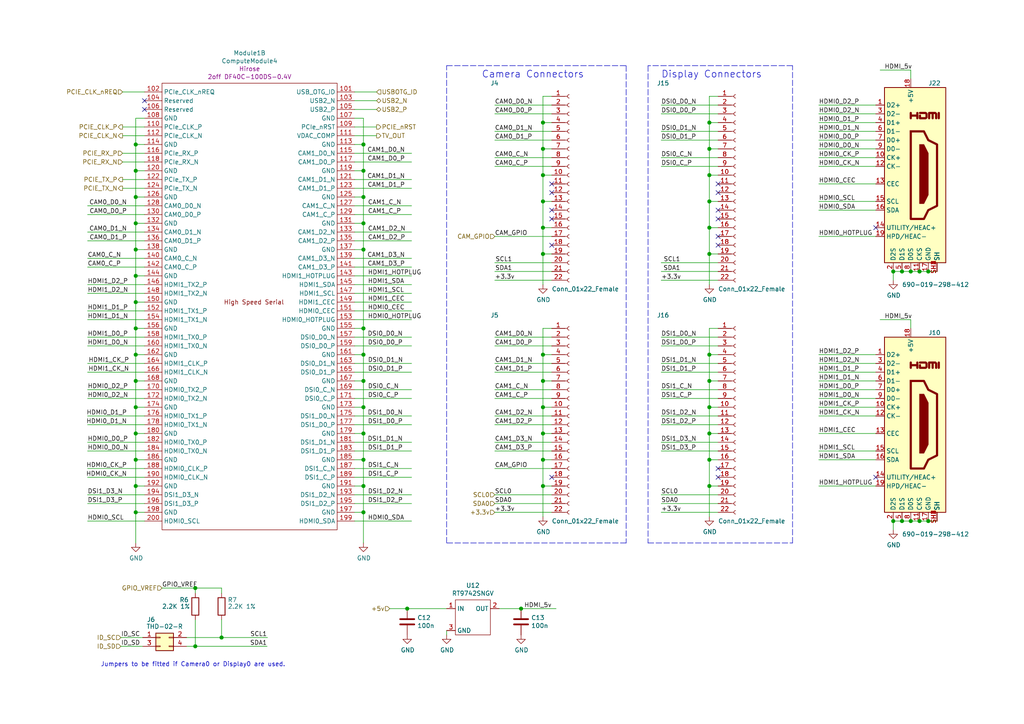
<source format=kicad_sch>
(kicad_sch (version 20211123) (generator eeschema)
  (paper "A4")
  (title_block (title "Compute Module 4 IO USB3 Board - CM4 - Highspeed") (rev "1") (company "Copyright © 2020-2022 Raspberry Pi Ltd (formerly Raspberry Pi (Trading) Ltd.)") (comment 1 "www.raspberrypi.com"))
  (junction (at 205.74 58.42) (diameter 1.016))
  (junction (at 157.48 102.87) (diameter 1.016))
  (junction (at 157.48 50.8) (diameter 1.016))
  (junction (at 205.74 66.04) (diameter 1.016))
  (junction (at 39.37 148.59) (diameter 1.016))
  (junction (at 39.37 133.35) (diameter 1.016))
  (junction (at 205.74 43.18) (diameter 1.016))
  (junction (at 205.74 118.11) (diameter 1.016))
  (junction (at 105.41 133.35) (diameter 1.016))
  (junction (at 39.37 72.39) (diameter 1.016))
  (junction (at 64.262 184.912) (diameter 1.016))
  (junction (at 105.41 57.15) (diameter 1.016))
  (junction (at 157.48 43.18) (diameter 1.016))
  (junction (at 266.7 78.74) (diameter 1.016))
  (junction (at 157.48 58.42) (diameter 1.016))
  (junction (at 205.74 140.97) (diameter 1.016))
  (junction (at 205.74 133.35) (diameter 1.016))
  (junction (at 105.41 148.59) (diameter 1.016))
  (junction (at 39.37 41.91) (diameter 1.016))
  (junction (at 205.74 102.87) (diameter 1.016))
  (junction (at 105.41 41.91) (diameter 1.016))
  (junction (at 157.48 125.73) (diameter 1.016))
  (junction (at 39.37 57.15) (diameter 1.016))
  (junction (at 105.41 102.87) (diameter 1.016))
  (junction (at 118.11 176.53) (diameter 1.016))
  (junction (at 105.41 125.73) (diameter 1.016))
  (junction (at 269.24 78.74) (diameter 1.016))
  (junction (at 157.48 73.66) (diameter 1.016))
  (junction (at 157.48 118.11) (diameter 1.016))
  (junction (at 56.642 187.452) (diameter 1.016))
  (junction (at 39.37 80.01) (diameter 1.016))
  (junction (at 105.41 118.11) (diameter 1.016))
  (junction (at 157.48 35.56) (diameter 1.016))
  (junction (at 205.74 125.73) (diameter 1.016))
  (junction (at 56.642 170.561) (diameter 1.016))
  (junction (at 39.37 49.53) (diameter 1.016))
  (junction (at 266.7 151.13) (diameter 1.016))
  (junction (at 105.41 64.77) (diameter 1.016))
  (junction (at 259.08 78.74) (diameter 1.016))
  (junction (at 261.62 151.13) (diameter 1.016))
  (junction (at 105.41 49.53) (diameter 1.016))
  (junction (at 39.37 140.97) (diameter 1.016))
  (junction (at 105.41 140.97) (diameter 1.016))
  (junction (at 157.48 133.35) (diameter 1.016))
  (junction (at 105.41 95.25) (diameter 1.016))
  (junction (at 157.48 66.04) (diameter 1.016))
  (junction (at 39.37 102.87) (diameter 1.016))
  (junction (at 205.74 50.8) (diameter 1.016))
  (junction (at 261.62 78.74) (diameter 1.016))
  (junction (at 259.08 151.13) (diameter 1.016))
  (junction (at 39.37 118.11) (diameter 1.016))
  (junction (at 39.37 87.63) (diameter 1.016))
  (junction (at 264.16 151.13) (diameter 1.016))
  (junction (at 105.41 72.39) (diameter 1.016))
  (junction (at 205.74 73.66) (diameter 1.016))
  (junction (at 105.41 110.49) (diameter 1.016))
  (junction (at 39.37 64.77) (diameter 1.016))
  (junction (at 151.13 176.53) (diameter 1.016))
  (junction (at 264.16 78.74) (diameter 1.016))
  (junction (at 205.74 110.49) (diameter 1.016))
  (junction (at 39.37 95.25) (diameter 1.016))
  (junction (at 269.24 151.13) (diameter 1.016))
  (junction (at 157.48 110.49) (diameter 1.016))
  (junction (at 205.74 35.56) (diameter 1.016))
  (junction (at 157.48 140.97) (diameter 1.016))
  (junction (at 39.37 125.73) (diameter 1.016))
  (junction (at 39.37 110.49) (diameter 1.016))
  (no_connect (at 41.91 29.21))
  (no_connect (at 160.02 138.43))
  (no_connect (at 208.28 68.58))
  (no_connect (at 208.28 53.34))
  (no_connect (at 254 66.04))
  (no_connect (at 160.02 63.5))
  (no_connect (at 208.28 138.43))
  (no_connect (at 208.28 60.96))
  (no_connect (at 254 138.43))
  (no_connect (at 160.02 71.12))
  (no_connect (at 160.02 55.88))
  (no_connect (at 41.91 31.75))
  (no_connect (at 208.28 71.12))
  (no_connect (at 208.28 63.5))
  (no_connect (at 160.02 53.34))
  (no_connect (at 208.28 55.88))
  (no_connect (at 208.28 135.89))
  (no_connect (at 160.02 60.96))
  (wire (pts (xy 191.77 107.95) (xy 208.28 107.95)))
  (wire (pts (xy 160.02 81.28) (xy 143.51 81.28)))
  (wire (pts (xy 102.87 146.05) (xy 119.38 146.05)))
  (wire (pts (xy 237.49 107.95) (xy 254 107.95)))
  (wire (pts (xy 25.4 113.03) (xy 41.91 113.03)))
  (wire (pts (xy 25.4 143.51) (xy 41.91 143.51)))
  (wire (pts (xy 261.62 78.74) (xy 264.16 78.74)))
  (wire (pts (xy 157.48 110.49) (xy 157.48 118.11)))
  (wire (pts (xy 205.74 27.94) (xy 205.74 35.56)))
  (wire (pts (xy 102.87 39.37) (xy 109.22 39.37)))
  (wire (pts (xy 39.37 64.77) (xy 39.37 72.39)))
  (wire (pts (xy 39.37 140.97) (xy 39.37 148.59)))
  (wire (pts (xy 39.37 34.29) (xy 39.37 41.91)))
  (wire (pts (xy 119.38 54.61) (xy 102.87 54.61)))
  (wire (pts (xy 39.37 87.63) (xy 39.37 95.25)))
  (wire (pts (xy 237.49 68.58) (xy 254 68.58)))
  (wire (pts (xy 157.48 66.04) (xy 157.48 73.66)))
  (wire (pts (xy 157.48 50.8) (xy 157.48 58.42)))
  (wire (pts (xy 41.91 120.65) (xy 25.4 120.65)))
  (wire (pts (xy 39.37 72.39) (xy 39.37 80.01)))
  (wire (pts (xy 39.37 102.87) (xy 39.37 110.49)))
  (wire (pts (xy 105.41 49.53) (xy 105.41 41.91)))
  (wire (pts (xy 143.51 48.26) (xy 160.02 48.26)))
  (wire (pts (xy 191.77 130.81) (xy 208.28 130.81)))
  (wire (pts (xy 102.87 31.75) (xy 109.22 31.75)))
  (wire (pts (xy 39.37 87.63) (xy 41.91 87.63)))
  (wire (pts (xy 41.91 62.23) (xy 25.4 62.23)))
  (wire (pts (xy 143.51 45.72) (xy 160.02 45.72)))
  (wire (pts (xy 160.02 68.58) (xy 143.51 68.58)))
  (wire (pts (xy 205.74 102.87) (xy 205.74 110.49)))
  (wire (pts (xy 157.48 133.35) (xy 160.02 133.35)))
  (wire (pts (xy 157.48 102.87) (xy 157.48 110.49)))
  (wire (pts (xy 39.37 110.49) (xy 39.37 118.11)))
  (wire (pts (xy 39.37 49.53) (xy 39.37 57.15)))
  (wire (pts (xy 39.37 133.35) (xy 41.91 133.35)))
  (wire (pts (xy 105.41 72.39) (xy 105.41 64.77)))
  (wire (pts (xy 118.11 176.53) (xy 129.54 176.53)))
  (wire (pts (xy 237.49 53.34) (xy 254 53.34)))
  (wire (pts (xy 143.51 40.64) (xy 160.02 40.64)))
  (wire (pts (xy 119.38 120.65) (xy 102.87 120.65)))
  (wire (pts (xy 266.7 78.74) (xy 269.24 78.74)))
  (polyline (pts (xy 181.61 19.05) (xy 181.61 157.48)) (stroke (width 0) (type dash)))
  (wire (pts (xy 205.74 35.56) (xy 208.28 35.56)))
  (wire (pts (xy 35.56 39.37) (xy 41.91 39.37)))
  (wire (pts (xy 39.37 110.49) (xy 41.91 110.49)))
  (wire (pts (xy 41.91 148.59) (xy 39.37 148.59)))
  (wire (pts (xy 157.48 125.73) (xy 157.48 133.35)))
  (wire (pts (xy 102.87 102.87) (xy 105.41 102.87)))
  (wire (pts (xy 144.78 176.53) (xy 151.13 176.53)))
  (wire (pts (xy 157.48 118.11) (xy 160.02 118.11)))
  (wire (pts (xy 39.37 57.15) (xy 39.37 64.77)))
  (wire (pts (xy 46.99 170.561) (xy 56.642 170.561)))
  (wire (pts (xy 25.4 115.57) (xy 41.91 115.57)))
  (wire (pts (xy 237.49 60.96) (xy 254 60.96)))
  (wire (pts (xy 56.642 170.561) (xy 64.262 170.561)))
  (wire (pts (xy 56.642 179.705) (xy 56.642 187.452)))
  (wire (pts (xy 269.24 151.13) (xy 271.78 151.13)))
  (wire (pts (xy 208.28 81.28) (xy 191.77 81.28)))
  (wire (pts (xy 102.87 41.91) (xy 105.41 41.91)))
  (wire (pts (xy 191.77 97.79) (xy 208.28 97.79)))
  (wire (pts (xy 160.02 143.51) (xy 143.51 143.51)))
  (wire (pts (xy 157.48 50.8) (xy 160.02 50.8)))
  (wire (pts (xy 25.4 74.93) (xy 41.91 74.93)))
  (wire (pts (xy 25.4 128.27) (xy 41.91 128.27)))
  (wire (pts (xy 105.41 125.73) (xy 105.41 133.35)))
  (wire (pts (xy 205.74 58.42) (xy 208.28 58.42)))
  (wire (pts (xy 205.74 95.25) (xy 205.74 102.87)))
  (wire (pts (xy 237.49 130.81) (xy 254 130.81)))
  (wire (pts (xy 102.87 151.13) (xy 119.38 151.13)))
  (wire (pts (xy 64.262 170.561) (xy 64.262 172.085)))
  (wire (pts (xy 237.49 133.35) (xy 254 133.35)))
  (wire (pts (xy 157.48 43.18) (xy 157.48 50.8)))
  (wire (pts (xy 41.91 67.31) (xy 25.4 67.31)))
  (wire (pts (xy 237.49 43.18) (xy 254 43.18)))
  (wire (pts (xy 105.41 118.11) (xy 105.41 125.73)))
  (wire (pts (xy 191.77 113.03) (xy 208.28 113.03)))
  (wire (pts (xy 102.87 87.63) (xy 119.38 87.63)))
  (wire (pts (xy 25.4 130.81) (xy 41.91 130.81)))
  (wire (pts (xy 54.102 187.452) (xy 56.642 187.452)))
  (wire (pts (xy 102.87 80.01) (xy 119.38 80.01)))
  (wire (pts (xy 259.08 151.13) (xy 259.08 153.67)))
  (wire (pts (xy 25.4 77.47) (xy 41.91 77.47)))
  (polyline (pts (xy 187.96 19.05) (xy 187.96 157.48)) (stroke (width 0) (type dash)))
  (wire (pts (xy 160.02 78.74) (xy 143.51 78.74)))
  (wire (pts (xy 237.49 110.49) (xy 254 110.49)))
  (wire (pts (xy 41.91 69.85) (xy 25.4 69.85)))
  (wire (pts (xy 143.51 135.89) (xy 160.02 135.89)))
  (wire (pts (xy 105.41 148.59) (xy 105.41 157.48)))
  (wire (pts (xy 191.77 48.26) (xy 208.28 48.26)))
  (wire (pts (xy 41.91 44.45) (xy 35.56 44.45)))
  (wire (pts (xy 119.38 77.47) (xy 102.87 77.47)))
  (wire (pts (xy 151.13 176.53) (xy 161.29 176.53)))
  (wire (pts (xy 56.642 170.561) (xy 56.642 172.085)))
  (wire (pts (xy 102.87 133.35) (xy 105.41 133.35)))
  (wire (pts (xy 259.08 78.74) (xy 259.08 81.28)))
  (wire (pts (xy 35.56 54.61) (xy 41.91 54.61)))
  (wire (pts (xy 205.74 118.11) (xy 205.74 125.73)))
  (wire (pts (xy 237.49 40.64) (xy 254 40.64)))
  (wire (pts (xy 102.87 90.17) (xy 119.38 90.17)))
  (wire (pts (xy 129.54 182.88) (xy 129.54 184.15)))
  (wire (pts (xy 205.74 35.56) (xy 205.74 43.18)))
  (wire (pts (xy 237.49 140.97) (xy 254 140.97)))
  (wire (pts (xy 39.37 64.77) (xy 41.91 64.77)))
  (wire (pts (xy 119.38 44.45) (xy 102.87 44.45)))
  (wire (pts (xy 205.74 133.35) (xy 208.28 133.35)))
  (wire (pts (xy 102.87 49.53) (xy 105.41 49.53)))
  (wire (pts (xy 119.38 128.27) (xy 102.87 128.27)))
  (wire (pts (xy 143.51 128.27) (xy 160.02 128.27)))
  (wire (pts (xy 25.4 100.33) (xy 41.91 100.33)))
  (wire (pts (xy 143.51 105.41) (xy 160.02 105.41)))
  (wire (pts (xy 208.28 146.05) (xy 191.77 146.05)))
  (wire (pts (xy 191.77 105.41) (xy 208.28 105.41)))
  (wire (pts (xy 237.49 105.41) (xy 254 105.41)))
  (wire (pts (xy 41.91 46.99) (xy 35.56 46.99)))
  (wire (pts (xy 105.41 95.25) (xy 105.41 102.87)))
  (wire (pts (xy 143.51 123.19) (xy 160.02 123.19)))
  (wire (pts (xy 143.51 107.95) (xy 160.02 107.95)))
  (wire (pts (xy 39.37 118.11) (xy 39.37 125.73)))
  (wire (pts (xy 205.74 43.18) (xy 208.28 43.18)))
  (wire (pts (xy 25.4 85.09) (xy 41.91 85.09)))
  (wire (pts (xy 39.37 41.91) (xy 41.91 41.91)))
  (polyline (pts (xy 129.54 19.05) (xy 181.61 19.05)) (stroke (width 0) (type dash)))
  (wire (pts (xy 157.48 58.42) (xy 157.48 66.04)))
  (wire (pts (xy 41.91 140.97) (xy 39.37 140.97)))
  (wire (pts (xy 208.28 148.59) (xy 191.77 148.59)))
  (wire (pts (xy 119.38 74.93) (xy 102.87 74.93)))
  (wire (pts (xy 56.642 187.452) (xy 77.47 187.452)))
  (wire (pts (xy 205.74 110.49) (xy 205.74 118.11)))
  (wire (pts (xy 208.28 76.2) (xy 191.77 76.2)))
  (wire (pts (xy 41.91 135.89) (xy 25.4 135.89)))
  (wire (pts (xy 191.77 128.27) (xy 208.28 128.27)))
  (wire (pts (xy 237.49 38.1) (xy 254 38.1)))
  (wire (pts (xy 205.74 125.73) (xy 208.28 125.73)))
  (wire (pts (xy 191.77 38.1) (xy 208.28 38.1)))
  (wire (pts (xy 157.48 95.25) (xy 157.48 102.87)))
  (wire (pts (xy 119.38 97.79) (xy 102.87 97.79)))
  (wire (pts (xy 264.16 78.74) (xy 266.7 78.74)))
  (wire (pts (xy 39.37 125.73) (xy 41.91 125.73)))
  (wire (pts (xy 143.51 38.1) (xy 160.02 38.1)))
  (wire (pts (xy 113.03 176.53) (xy 118.11 176.53)))
  (wire (pts (xy 160.02 76.2) (xy 143.51 76.2)))
  (wire (pts (xy 102.87 69.85) (xy 119.38 69.85)))
  (wire (pts (xy 102.87 57.15) (xy 105.41 57.15)))
  (wire (pts (xy 157.48 140.97) (xy 160.02 140.97)))
  (wire (pts (xy 205.74 140.97) (xy 205.74 149.86)))
  (wire (pts (xy 102.87 59.69) (xy 119.38 59.69)))
  (wire (pts (xy 205.74 118.11) (xy 208.28 118.11)))
  (wire (pts (xy 102.87 118.11) (xy 105.41 118.11)))
  (wire (pts (xy 255.27 92.71) (xy 264.16 92.71)))
  (wire (pts (xy 205.74 66.04) (xy 205.74 73.66)))
  (wire (pts (xy 102.87 95.25) (xy 105.41 95.25)))
  (wire (pts (xy 205.74 58.42) (xy 205.74 66.04)))
  (wire (pts (xy 35.052 184.912) (xy 41.402 184.912)))
  (wire (pts (xy 157.48 140.97) (xy 157.48 149.86)))
  (wire (pts (xy 35.56 36.83) (xy 41.91 36.83)))
  (wire (pts (xy 105.41 140.97) (xy 105.41 148.59)))
  (wire (pts (xy 105.41 57.15) (xy 105.41 49.53)))
  (wire (pts (xy 35.56 26.67) (xy 41.91 26.67)))
  (wire (pts (xy 205.74 133.35) (xy 205.74 140.97)))
  (wire (pts (xy 143.51 130.81) (xy 160.02 130.81)))
  (polyline (pts (xy 229.87 19.05) (xy 187.96 19.05)) (stroke (width 0) (type dash)))
  (wire (pts (xy 102.87 135.89) (xy 119.38 135.89)))
  (wire (pts (xy 264.16 92.71) (xy 264.16 95.25)))
  (wire (pts (xy 191.77 33.02) (xy 208.28 33.02)))
  (wire (pts (xy 237.49 113.03) (xy 254 113.03)))
  (wire (pts (xy 102.87 92.71) (xy 119.38 92.71)))
  (wire (pts (xy 259.08 151.13) (xy 261.62 151.13)))
  (wire (pts (xy 157.48 35.56) (xy 157.48 43.18)))
  (wire (pts (xy 205.74 66.04) (xy 208.28 66.04)))
  (wire (pts (xy 35.56 52.07) (xy 41.91 52.07)))
  (wire (pts (xy 191.77 120.65) (xy 208.28 120.65)))
  (wire (pts (xy 160.02 148.59) (xy 143.51 148.59)))
  (wire (pts (xy 102.87 67.31) (xy 119.38 67.31)))
  (wire (pts (xy 237.49 30.48) (xy 254 30.48)))
  (wire (pts (xy 119.38 52.07) (xy 102.87 52.07)))
  (wire (pts (xy 25.4 90.17) (xy 41.91 90.17)))
  (wire (pts (xy 143.51 97.79) (xy 160.02 97.79)))
  (wire (pts (xy 208.28 95.25) (xy 205.74 95.25)))
  (wire (pts (xy 105.41 110.49) (xy 105.41 118.11)))
  (wire (pts (xy 41.91 107.95) (xy 25.4 107.95)))
  (wire (pts (xy 39.37 95.25) (xy 41.91 95.25)))
  (wire (pts (xy 261.62 151.13) (xy 264.16 151.13)))
  (wire (pts (xy 39.37 118.11) (xy 41.91 118.11)))
  (wire (pts (xy 157.48 73.66) (xy 160.02 73.66)))
  (wire (pts (xy 143.51 120.65) (xy 160.02 120.65)))
  (wire (pts (xy 102.87 64.77) (xy 105.41 64.77)))
  (wire (pts (xy 41.91 34.29) (xy 39.37 34.29)))
  (wire (pts (xy 157.48 66.04) (xy 160.02 66.04)))
  (polyline (pts (xy 229.87 157.48) (xy 229.87 19.05)) (stroke (width 0) (type dash)))
  (wire (pts (xy 64.262 184.912) (xy 77.597 184.912)))
  (wire (pts (xy 237.49 102.87) (xy 254 102.87)))
  (wire (pts (xy 25.4 146.05) (xy 41.91 146.05)))
  (wire (pts (xy 237.49 115.57) (xy 254 115.57)))
  (wire (pts (xy 102.87 143.51) (xy 119.38 143.51)))
  (wire (pts (xy 208.28 143.51) (xy 191.77 143.51)))
  (wire (pts (xy 157.48 110.49) (xy 160.02 110.49)))
  (wire (pts (xy 143.51 30.48) (xy 160.02 30.48)))
  (wire (pts (xy 264.16 20.32) (xy 264.16 22.86)))
  (wire (pts (xy 39.37 72.39) (xy 41.91 72.39)))
  (wire (pts (xy 39.37 125.73) (xy 39.37 133.35)))
  (wire (pts (xy 102.87 62.23) (xy 119.38 62.23)))
  (wire (pts (xy 119.38 46.99) (xy 102.87 46.99)))
  (wire (pts (xy 39.37 102.87) (xy 41.91 102.87)))
  (wire (pts (xy 237.49 125.73) (xy 254 125.73)))
  (wire (pts (xy 157.48 102.87) (xy 160.02 102.87)))
  (wire (pts (xy 269.24 78.74) (xy 271.78 78.74)))
  (wire (pts (xy 264.16 151.13) (xy 266.7 151.13)))
  (wire (pts (xy 102.87 125.73) (xy 105.41 125.73)))
  (wire (pts (xy 237.49 120.65) (xy 254 120.65)))
  (wire (pts (xy 205.74 102.87) (xy 208.28 102.87)))
  (wire (pts (xy 39.37 57.15) (xy 41.91 57.15)))
  (wire (pts (xy 157.48 35.56) (xy 160.02 35.56)))
  (wire (pts (xy 208.28 27.94) (xy 205.74 27.94)))
  (wire (pts (xy 119.38 100.33) (xy 102.87 100.33)))
  (wire (pts (xy 25.4 97.79) (xy 41.91 97.79)))
  (wire (pts (xy 25.4 151.13) (xy 41.91 151.13)))
  (wire (pts (xy 143.51 100.33) (xy 160.02 100.33)))
  (wire (pts (xy 102.87 110.49) (xy 105.41 110.49)))
  (wire (pts (xy 266.7 151.13) (xy 269.24 151.13)))
  (wire (pts (xy 160.02 95.25) (xy 157.48 95.25)))
  (wire (pts (xy 64.262 179.705) (xy 64.262 184.912)))
  (wire (pts (xy 237.49 45.72) (xy 254 45.72)))
  (wire (pts (xy 102.87 82.55) (xy 119.38 82.55)))
  (wire (pts (xy 259.08 78.74) (xy 261.62 78.74)))
  (wire (pts (xy 25.4 92.71) (xy 41.91 92.71)))
  (wire (pts (xy 255.27 20.32) (xy 264.16 20.32)))
  (wire (pts (xy 39.37 133.35) (xy 39.37 140.97)))
  (wire (pts (xy 191.77 100.33) (xy 208.28 100.33)))
  (wire (pts (xy 102.87 29.21) (xy 109.22 29.21)))
  (wire (pts (xy 105.41 41.91) (xy 105.41 34.29)))
  (wire (pts (xy 35.052 187.452) (xy 41.402 187.452)))
  (wire (pts (xy 157.48 118.11) (xy 157.48 125.73)))
  (wire (pts (xy 105.41 64.77) (xy 105.41 57.15)))
  (wire (pts (xy 102.87 105.41) (xy 119.38 105.41)))
  (wire (pts (xy 41.91 105.41) (xy 25.4 105.41)))
  (polyline (pts (xy 187.96 157.48) (xy 229.87 157.48)) (stroke (width 0) (type dash)))
  (wire (pts (xy 208.28 78.74) (xy 191.77 78.74)))
  (wire (pts (xy 160.02 146.05) (xy 143.51 146.05)))
  (wire (pts (xy 237.49 58.42) (xy 254 58.42)))
  (wire (pts (xy 102.87 107.95) (xy 119.38 107.95)))
  (wire (pts (xy 39.37 80.01) (xy 41.91 80.01)))
  (wire (pts (xy 105.41 133.35) (xy 105.41 140.97)))
  (wire (pts (xy 39.37 49.53) (xy 41.91 49.53)))
  (wire (pts (xy 102.87 36.83) (xy 109.22 36.83)))
  (wire (pts (xy 119.38 123.19) (xy 102.87 123.19)))
  (wire (pts (xy 105.41 72.39) (xy 105.41 95.25)))
  (wire (pts (xy 157.48 43.18) (xy 160.02 43.18)))
  (wire (pts (xy 143.51 113.03) (xy 160.02 113.03)))
  (wire (pts (xy 39.37 95.25) (xy 39.37 102.87)))
  (wire (pts (xy 205.74 140.97) (xy 208.28 140.97)))
  (wire (pts (xy 102.87 72.39) (xy 105.41 72.39)))
  (wire (pts (xy 54.102 184.912) (xy 64.262 184.912)))
  (wire (pts (xy 157.48 58.42) (xy 160.02 58.42)))
  (polyline (pts (xy 129.54 157.48) (xy 129.54 19.05)) (stroke (width 0) (type dash)))
  (wire (pts (xy 191.77 40.64) (xy 208.28 40.64)))
  (wire (pts (xy 102.87 115.57) (xy 119.38 115.57)))
  (wire (pts (xy 105.41 34.29) (xy 102.87 34.29)))
  (wire (pts (xy 143.51 33.02) (xy 160.02 33.02)))
  (wire (pts (xy 25.4 82.55) (xy 41.91 82.55)))
  (wire (pts (xy 157.48 133.35) (xy 157.48 140.97)))
  (wire (pts (xy 105.41 102.87) (xy 105.41 110.49)))
  (wire (pts (xy 41.91 123.19) (xy 25.4 123.19)))
  (wire (pts (xy 102.87 85.09) (xy 119.38 85.09)))
  (wire (pts (xy 39.37 80.01) (xy 39.37 87.63)))
  (wire (pts (xy 39.37 148.59) (xy 39.37 157.48)))
  (wire (pts (xy 205.74 73.66) (xy 208.28 73.66)))
  (wire (pts (xy 160.02 27.94) (xy 157.48 27.94)))
  (wire (pts (xy 205.74 125.73) (xy 205.74 133.35)))
  (wire (pts (xy 102.87 148.59) (xy 105.41 148.59)))
  (wire (pts (xy 191.77 115.57) (xy 208.28 115.57)))
  (wire (pts (xy 39.37 41.91) (xy 39.37 49.53)))
  (wire (pts (xy 157.48 125.73) (xy 160.02 125.73)))
  (wire (pts (xy 205.74 50.8) (xy 205.74 58.42)))
  (wire (pts (xy 102.87 140.97) (xy 105.41 140.97)))
  (wire (pts (xy 237.49 33.02) (xy 254 33.02)))
  (wire (pts (xy 205.74 110.49) (xy 208.28 110.49)))
  (wire (pts (xy 41.91 59.69) (xy 25.4 59.69)))
  (wire (pts (xy 191.77 45.72) (xy 208.28 45.72)))
  (wire (pts (xy 205.74 73.66) (xy 205.74 82.55)))
  (wire (pts (xy 119.38 130.81) (xy 102.87 130.81)))
  (wire (pts (xy 205.74 50.8) (xy 208.28 50.8)))
  (wire (pts (xy 41.91 138.43) (xy 25.4 138.43)))
  (wire (pts (xy 237.49 35.56) (xy 254 35.56)))
  (wire (pts (xy 157.48 73.66) (xy 157.48 82.55)))
  (polyline (pts (xy 181.61 157.48) (xy 129.54 157.48)) (stroke (width 0) (type dash)))
  (wire (pts (xy 237.49 48.26) (xy 254 48.26)))
  (wire (pts (xy 191.77 30.48) (xy 208.28 30.48)))
  (wire (pts (xy 191.77 123.19) (xy 208.28 123.19)))
  (wire (pts (xy 102.87 138.43) (xy 119.38 138.43)))
  (wire (pts (xy 143.51 115.57) (xy 160.02 115.57)))
  (wire (pts (xy 102.87 113.03) (xy 119.38 113.03)))
  (wire (pts (xy 109.22 26.67) (xy 102.87 26.67)))
  (wire (pts (xy 157.48 27.94) (xy 157.48 35.56)))
  (wire (pts (xy 237.49 118.11) (xy 254 118.11)))
  (wire (pts (xy 205.74 43.18) (xy 205.74 50.8)))
  (text "Jumpers to be fitted if Camera0 or Display0 are used.\n" (at 82.804 193.548 180) (effects (font (size 1.27 1.27)) (justify right bottom)))
  (text "Display Connectors" (at 191.77 22.86 0) (effects (font (size 2.0066 2.0066)) (justify left bottom)))
  (text "Camera Connectors" (at 139.7 22.86 0) (effects (font (size 2.0066 2.0066)) (justify left bottom)))
  (label "+3.3v" (at 143.51 81.28 0))
  (label "HDMI0_D1_N" (at 36.83 123.19 180))
  (label "DSI1_D3_P" (at 25.4 146.05 0))
  (label "CAM1_D1_P" (at 117.475 54.61 180))
  (label "DSI0_C_P" (at 191.77 48.26 0))
  (label "SCL1" (at 197.358 76.2 180))
  (label "SDA0" (at 191.77 146.05 0))
  (label "CAM1_D2_N" (at 143.51 120.65 0))
  (label "HDMI1_CEC" (at 106.68 87.63 0))
  (label "CAM0_D1_P" (at 143.51 40.64 0))
  (label "HDMI0_CK_N" (at 237.49 48.26 0))
  (label "DSI0_D1_N" (at 191.77 38.1 0))
  (label "DSI0_D1_P" (at 106.68 107.95 0))
  (label "HDMI0_D2_N" (at 237.49 33.02 0))
  (label "HDMI0_D1_N" (at 237.49 38.1 0))
  (label "SDA0" (at 143.51 146.05 0))
  (label "CAM1_D0_P" (at 117.475 46.99 180))
  (label "+3.3v" (at 191.77 81.28 0))
  (label "DSI1_D1_P" (at 191.77 107.95 0))
  (label "HDMI0_D0_P" (at 237.49 40.64 0))
  (label "DSI1_C_N" (at 106.68 135.89 0))
  (label "CAM0_C_N" (at 143.51 45.72 0))
  (label "DSI1_C_N" (at 191.77 113.03 0))
  (label "CAM1_D0_N" (at 143.51 97.79 0))
  (label "DSI1_D3_N" (at 191.77 128.27 0))
  (label "HDMI1_D1_P" (at 25.4 90.17 0))
  (label "CAM0_D1_P" (at 36.83 69.85 180))
  (label "SCL0" (at 143.51 143.51 0))
  (label "ID_SC" (at 40.64 184.912 180))
  (label "HDMI0_D2_P" (at 25.4 113.03 0))
  (label "SCL0" (at 191.77 143.51 0))
  (label "DSI1_D2_N" (at 106.68 143.51 0))
  (label "HDMI1_SDA" (at 237.49 133.35 0))
  (label "+3.3v" (at 143.51 148.59 0))
  (label "ID_SD" (at 40.64 187.452 180))
  (label "HDMI1_D1_P" (at 237.49 107.95 0))
  (label "SCL1" (at 148.59 76.2 180))
  (label "CAM0_C_N" (at 25.4 74.93 0))
  (label "DSI0_D0_N" (at 191.77 30.48 0))
  (label "DSI0_C_P" (at 106.68 115.57 0))
  (label "HDMI1_D0_P" (at 237.49 113.03 0))
  (label "HDMI0_CK_P" (at 36.83 135.89 180))
  (label "CAM0_D1_N" (at 143.51 38.1 0))
  (label "CAM0_D0_N" (at 143.51 30.48 0))
  (label "DSI0_D0_P" (at 116.84 100.33 180))
  (label "HDMI1_D0_P" (at 25.4 97.79 0))
  (label "CAM0_C_P" (at 25.4 77.47 0))
  (label "CAM1_D3_P" (at 117.475 77.47 180))
  (label "DSI1_D2_P" (at 191.77 123.19 0))
  (label "DSI1_D0_P" (at 191.77 100.33 0))
  (label "SDA1" (at 197.358 78.74 180))
  (label "CAM0_D0_N" (at 36.83 59.69 180))
  (label "CAM_GPIO" (at 143.51 68.58 0))
  (label "CAM1_D0_P" (at 143.51 100.33 0))
  (label "DSI0_C_N" (at 106.68 113.03 0))
  (label "CAM0_C_P" (at 143.51 48.26 0))
  (label "HDMI1_D2_N" (at 25.4 85.09 0))
  (label "CAM1_C_P" (at 106.68 62.23 0))
  (label "CAM0_D0_P" (at 143.51 33.02 0))
  (label "DSI1_C_P" (at 106.68 138.43 0))
  (label "HDMI0_CK_N" (at 36.83 138.43 180))
  (label "HDMI1_CK_P" (at 237.49 118.11 0))
  (label "HDMI0_CEC" (at 106.68 90.17 0))
  (label "HDMI0_D2_N" (at 25.4 115.57 0))
  (label "HDMI0_D0_N" (at 237.49 43.18 0))
  (label "DSI1_D3_P" (at 191.77 130.81 0))
  (label "HDMI1_D0_N" (at 25.4 100.33 0))
  (label "DSI0_D0_P" (at 191.77 33.02 0))
  (label "HDMI0_HOTPLUG" (at 237.49 68.58 0))
  (label "DSI1_D1_N" (at 116.84 128.27 180))
  (label "DSI1_D0_N" (at 191.77 97.79 0))
  (label "CAM1_D2_N" (at 106.68 67.31 0))
  (label "HDMI0_D1_P" (at 36.83 120.65 180))
  (label "CAM1_D3_N" (at 117.475 74.93 180))
  (label "HDMI0_D0_P" (at 25.4 128.27 0))
  (label "CAM1_C_N" (at 143.51 113.03 0))
  (label "DSI1_D2_N" (at 191.77 120.65 0))
  (label "CAM1_D2_P" (at 106.68 69.85 0))
  (label "HDMI1_D1_N" (at 237.49 110.49 0))
  (label "HDMI1_D1_N" (at 25.4 92.71 0))
  (label "HDMI1_HOTPLUG" (at 237.49 140.97 0))
  (label "CAM1_D2_P" (at 143.51 123.19 0))
  (label "HDMI0_D2_P" (at 237.49 30.48 0))
  (label "CAM1_D1_N" (at 117.475 52.07 180))
  (label "CAM1_D3_P" (at 143.51 130.81 0))
  (label "HDMI1_CK_P" (at 37.465 105.41 180))
  (label "CAM1_D1_N" (at 143.51 105.41 0))
  (label "HDMI_5v" (at 160.02 176.53 180))
  (label "CAM1_D3_N" (at 143.51 128.27 0))
  (label "DSI0_D0_N" (at 116.84 97.79 180))
  (label "HDMI1_HOTPLUG" (at 106.68 80.01 0))
  (label "HDMI1_SCL" (at 106.68 85.09 0))
  (label "HDMI1_D2_N" (at 237.49 105.41 0))
  (label "CAM0_D1_N" (at 36.83 67.31 180))
  (label "HDMI1_D2_P" (at 237.49 102.87 0))
  (label "HDMI1_D0_N" (at 237.49 115.57 0))
  (label "HDMI0_SCL" (at 25.4 151.13 0))
  (label "DSI1_D0_N" (at 116.84 120.65 180))
  (label "HDMI1_CK_N" (at 237.49 120.65 0))
  (label "DSI1_D0_P" (at 116.84 123.19 180))
  (label "CAM1_D1_P" (at 143.51 107.95 0))
  (label "HDMI_5v" (at 256.54 92.71 0))
  (label "HDMI1_CEC" (at 237.49 125.73 0))
  (label "HDMI0_CK_P" (at 237.49 45.72 0))
  (label "DSI1_D1_N" (at 191.77 105.41 0))
  (label "SDA1" (at 148.59 78.74 180))
  (label "DSI1_D2_P" (at 106.68 146.05 0))
  (label "CAM0_D0_P" (at 36.83 62.23 180))
  (label "DSI1_D1_P" (at 116.84 130.81 180))
  (label "HDMI1_D2_P" (at 25.4 82.55 0))
  (label "DSI0_C_N" (at 191.77 45.72 0))
  (label "HDMI0_HOTPLUG" (at 106.68 92.71 0))
  (label "HDMI0_CEC" (at 237.49 53.34 0))
  (label "CAM1_D0_N" (at 117.475 44.45 180))
  (label "HDMI0_SDA" (at 237.49 60.96 0))
  (label "CAM1_C_P" (at 143.51 115.57 0))
  (label "HDMI0_D1_P" (at 237.49 35.56 0))
  (label "+3.3v" (at 191.77 148.59 0))
  (label "SCL1" (at 77.47 184.912 180))
  (label "SDA1" (at 77.47 187.452 180))
  (label "DSI0_D1_P" (at 191.77 40.64 0))
  (label "CAM_GPIO" (at 143.51 135.89 0))
  (label "HDMI0_SCL" (at 237.49 58.42 0))
  (label "HDMI0_D0_N" (at 25.4 130.81 0))
  (label "GPIO_VREF" (at 46.99 170.561 0))
  (label "HDMI0_SDA" (at 106.68 151.13 0))
  (label "DSI1_C_P" (at 191.77 115.57 0))
  (label "HDMI_5v" (at 256.54 20.32 0))
  (label "HDMI1_SCL" (at 237.49 130.81 0))
  (label "HDMI1_CK_N" (at 37.465 107.95 180))
  (label "CAM1_C_N" (at 106.68 59.69 0))
  (label "DSI1_D3_N" (at 25.4 143.51 0))
  (label "DSI0_D1_N" (at 106.68 105.41 0))
  (label "HDMI1_SDA" (at 106.68 82.55 0))
  (hierarchical_label "USBOTG_ID" (shape input) (at 109.22 26.67 0))
  (hierarchical_label "PCIE_CLK_P" (shape output) (at 35.56 36.83 180))
  (hierarchical_label "PCIE_RX_N" (shape input) (at 35.56 46.99 180))
  (hierarchical_label "+5v" (shape input) (at 113.03 176.53 180))
  (hierarchical_label "SCL0" (shape input) (at 143.51 143.51 180))
  (hierarchical_label "PCIE_CLK_nREQ" (shape input) (at 35.56 26.67 180))
  (hierarchical_label "ID_SC" (shape input) (at 35.052 184.912 180))
  (hierarchical_label "PCIE_RX_P" (shape input) (at 35.56 44.45 180))
  (hierarchical_label "GPIO_VREF" (shape input) (at 46.99 170.561 180))
  (hierarchical_label "+3.3v" (shape input) (at 143.51 148.59 180))
  (hierarchical_label "USB2_P" (shape bidirectional) (at 109.22 31.75 0))
  (hierarchical_label "USB2_N" (shape bidirectional) (at 109.22 29.21 0))
  (hierarchical_label "PCIE_TX_P" (shape output) (at 35.56 52.07 180))
  (hierarchical_label "ID_SD" (shape input) (at 35.052 187.452 180))
  (hierarchical_label "TV_OUT" (shape output) (at 109.22 39.37 0))
  (hierarchical_label "PCIE_CLK_N" (shape output) (at 35.56 39.37 180))
  (hierarchical_label "PCIE_nRST" (shape output) (at 109.22 36.83 0))
  (hierarchical_label "PCIE_TX_N" (shape output) (at 35.56 54.61 180))
  (hierarchical_label "SDA0" (shape input) (at 143.51 146.05 180))
  (hierarchical_label "CAM_GPIO" (shape input) (at 143.51 68.58 180))
  (symbol (lib_id "power:GND") (at 259.08 81.28 0) (unit 1)
    (property "Reference" "#PWR0128" (effects hide))
    (property "Value" "GND" (at 259.207 85.6742 0))
  )
  (symbol (lib_id "power:GND") (at 259.08 153.67 0) (unit 1)
    (property "Reference" "#PWR0129" (effects hide))
    (property "Value" "GND" (at 259.207 158.0642 0))
  )
  (symbol (lib_id "power:GND") (at 105.41 157.48 0) (unit 1)
    (property "Reference" "#PWR0130" (effects hide))
    (property "Value" "GND" (at 105.537 161.8742 0))
  )
  (symbol (lib_id "power:GND") (at 39.37 157.48 0) (unit 1)
    (property "Reference" "#PWR0131" (effects hide))
    (property "Value" "GND" (at 39.497 161.8742 0))
  )
  (symbol (lib_id "Connector:Conn_01x22_Female") (at 165.1 53.34 0) (unit 1)
    (property "Reference" "J4" (at 142.24 24.13 0) (effects (justify left)))
    (property "Value" "Conn_01x22_Female" (at 160.02 83.82 0) (effects (justify left)))
    (property "Footprint" "CM4IO:Hirose_FH12-22S-0.5SH_1x22-1MP_P0.50mm_Horizontal" (effects hide))
    (property "Datasheet" "https://www.hirose.com/product/document?clcode=&productname=&series=FH12&documenttype=Catalog&lang=en&documentid=D31648_en" (effects hide))
    (property "Field4" "Mouser" (effects hide))
    (property "Field5" "798-FH12-22S-0.5SH55" (effects hide))
    (property "Field6" "FH12-22S-0.5SH55" (effects hide))
    (property "Field7" "Hirose" (effects hide))
    (property "Part Description" "22 Position FFC, FPC Connector Contacts, Bottom 0.020\" (0.50mm) Surface Mount, Right Angle" (effects hide))
  )
  (symbol (lib_id "power:GND") (at 157.48 82.55 0) (unit 1)
    (property "Reference" "#PWR0132" (effects hide))
    (property "Value" "GND" (at 157.607 86.9442 0))
  )
  (symbol (lib_id "power:GND") (at 205.74 82.55 0) (unit 1)
    (property "Reference" "#PWR0133" (effects hide))
    (property "Value" "GND" (at 205.867 86.9442 0))
  )
  (symbol (lib_id "power:GND") (at 157.48 149.86 0) (unit 1)
    (property "Reference" "#PWR0134" (effects hide))
    (property "Value" "GND" (at 157.607 154.2542 0))
  )
  (symbol (lib_id "power:GND") (at 205.74 149.86 0) (unit 1)
    (property "Reference" "#PWR0135" (effects hide))
    (property "Value" "GND" (at 205.867 154.2542 0))
  )
  (symbol (lib_id "Device:R") (at 56.642 175.895 0) (unit 1)
    (property "Reference" "R6" (at 52.07 173.99 0) (effects (justify left)))
    (property "Value" "2.2K 1%" (at 46.99 175.895 0) (effects (justify left)))
    (property "Footprint" "Resistor_SMD:R_0402_1005Metric" (effects hide))
    (property "Datasheet" "https://fscdn.rohm.com/en/products/databook/datasheet/passive/resistor/chip_resistor/mcr-e.pdf" (effects hide))
    (property "Field4" "Farnell" (effects hide))
    (property "Field5" "9239278" (effects hide))
    (property "Field7" "KOA EUROPE GMBH" (effects hide))
    (property "Field6" "RK73G1ETQTP2201D         " (effects hide))
    (property "Part Description" "Resistor 2.2K M1005 1% 63mW" (effects hide))
    (property "Field8" "120889581" (effects hide))
  )
  (symbol (lib_id "Device:R") (at 64.262 175.895 0) (unit 1)
    (property "Reference" "R7" (at 66.04 173.99 0) (effects (justify left)))
    (property "Value" "2.2K 1%" (at 66.04 175.895 0) (effects (justify left)))
    (property "Footprint" "Resistor_SMD:R_0402_1005Metric" (effects hide))
    (property "Datasheet" "https://fscdn.rohm.com/en/products/databook/datasheet/passive/resistor/chip_resistor/mcr-e.pdf" (effects hide))
    (property "Field4" "Farnell" (effects hide))
    (property "Field5" "9239278" (effects hide))
    (property "Field7" "KOA EUROPE GMBH" (effects hide))
    (property "Field6" "RK73G1ETQTP2201D         " (effects hide))
    (property "Part Description" "Resistor 2.2K M1005 1% 63mW" (effects hide))
    (property "Field8" "120889581" (effects hide))
  )
  (symbol (lib_id "Connector:Conn_01x22_Female") (at 165.1 120.65 0) (unit 1)
    (property "Reference" "J5" (at 142.24 91.44 0) (effects (justify left)))
    (property "Value" "Conn_01x22_Female" (at 160.02 151.13 0) (effects (justify left)))
    (property "Footprint" "CM4IO:Hirose_FH12-22S-0.5SH_1x22-1MP_P0.50mm_Horizontal" (effects hide))
    (property "Datasheet" "https://www.hirose.com/product/document?clcode=&productname=&series=FH12&documenttype=Catalog&lang=en&documentid=D31648_en" (effects hide))
    (property "Field4" "Mouser" (effects hide))
    (property "Field5" "798-FH12-22S-0.5SH55" (effects hide))
    (property "Field6" "FH12-22S-0.5SH55" (effects hide))
    (property "Field7" "Hirose" (effects hide))
    (property "Part Description" "22 Position FFC, FPC Connector Contacts, Bottom 0.020\" (0.50mm) Surface Mount, Right Angle" (effects hide))
  )
  (symbol (lib_id "Connector:Conn_01x22_Female") (at 213.36 53.34 0) (unit 1)
    (property "Reference" "J15" (at 190.5 24.13 0) (effects (justify left)))
    (property "Value" "Conn_01x22_Female" (at 208.28 83.82 0) (effects (justify left)))
    (property "Footprint" "CM4IO:Hirose_FH12-22S-0.5SH_1x22-1MP_P0.50mm_Horizontal" (effects hide))
    (property "Datasheet" "https://www.hirose.com/product/document?clcode=&productname=&series=FH12&documenttype=Catalog&lang=en&documentid=D31648_en" (effects hide))
    (property "Field4" "Mouser" (effects hide))
    (property "Field5" "798-FH12-22S-0.5SH55" (effects hide))
    (property "Field6" "FH12-22S-0.5SH55" (effects hide))
    (property "Field7" "Hirose" (effects hide))
    (property "Part Description" "22 Position FFC, FPC Connector Contacts, Bottom 0.020\" (0.50mm) Surface Mount, Right Angle" (effects hide))
  )
  (symbol (lib_id "Connector:Conn_01x22_Female") (at 213.36 120.65 0) (unit 1)
    (property "Reference" "J16" (at 190.5 91.44 0) (effects (justify left)))
    (property "Value" "Conn_01x22_Female" (at 208.28 151.13 0) (effects (justify left)))
    (property "Footprint" "CM4IO:Hirose_FH12-22S-0.5SH_1x22-1MP_P0.50mm_Horizontal" (effects hide))
    (property "Datasheet" "https://www.hirose.com/product/document?clcode=&productname=&series=FH12&documenttype=Catalog&lang=en&documentid=D31648_en" (effects hide))
    (property "Field4" "Mouser" (effects hide))
    (property "Field5" "798-FH12-22S-0.5SH55" (effects hide))
    (property "Field6" "FH12-22S-0.5SH55" (effects hide))
    (property "Field7" "Hirose" (effects hide))
    (property "Part Description" "22 Position FFC, FPC Connector Contacts, Bottom 0.020\" (0.50mm) Surface Mount, Right Angle" (effects hide))
  )
  (symbol (lib_id "CM4IO:HDMI_A_1.4") (at 264.16 50.8 0) (unit 1)
    (property "Reference" "J22" (at 269.24 24.13 0) (effects (justify left)))
    (property "Value" "690-019-298-412" (at 261.62 82.55 0) (effects (justify left)))
    (property "Footprint" "CM4IO:EDAC 690-019-298-412" (effects hide))
    (property "Datasheet" "https://www.tme.eu/Document/f15dffbcfad8545e17826f72d36911c8/206A-SEAN-R03.pdf" (effects hide))
    (property "Field4" "Farnell" (effects hide))
    (property "Field5" "2614936" (effects hide))
    (property "Field6" "690-019-298-412" (effects hide))
    (property "Field7" "EDAC" (effects hide))
    (property "Part Description" "HDMI Connector, Right Angle, 19 Contacts, Receptacle, Surface Mount, Surface Mount Right Angle" (effects hide))
    (property "Field8" "UCON00802" (effects hide))
  )
  (symbol (lib_id "CM4IO:HDMI_A_1.4") (at 264.16 123.19 0) (unit 1)
    (property "Reference" "J10" (at 269.24 96.52 0) (effects (justify left)))
    (property "Value" "690-019-298-412" (at 261.62 154.94 0) (effects (justify left)))
    (property "Footprint" "CM4IO:EDAC 690-019-298-412" (effects hide))
    (property "Datasheet" "https://www.tme.eu/Document/f15dffbcfad8545e17826f72d36911c8/206A-SEAN-R03.pdf" (effects hide))
    (property "Field4" "Farnell" (effects hide))
    (property "Field5" "2614936" (effects hide))
    (property "Field6" "690-019-298-412" (effects hide))
    (property "Field7" "EDAC" (effects hide))
    (property "Part Description" "HDMI Connector, Right Angle, 19 Contacts, Receptacle, Surface Mount, Surface Mount Right Angle" (effects hide))
    (property "Field8" "UCON00802" (effects hide))
  )
  (symbol (lib_id "Device:C") (at 151.13 180.34 0) (unit 1)
    (property "Reference" "C13" (at 154.051 179.1716 0) (effects (justify left)))
    (property "Value" "100n" (at 154.051 181.483 0) (effects (justify left)))
    (property "Footprint" "Capacitor_SMD:C_0402_1005Metric" (effects hide))
    (property "Datasheet" "https://search.murata.co.jp/Ceramy/image/img/A01X/G101/ENG/GRM155R71C104KA88-01.pdf" (effects hide))
    (property "Field4" "Farnell" (effects hide))
    (property "Field5" "2611911" (effects hide))
    (property "Field6" "RM EMK105 B7104KV-F" (effects hide))
    (property "Field7" "TAIYO YUDEN EUROPE GMBH" (effects hide))
    (property "Part Description" "	0.1uF 10% 16V Ceramic Capacitor X7R 0402 (1005 Metric)" (effects hide))
    (property "Field8" "110091611" (effects hide))
  )
  (symbol (lib_id "Device:C") (at 118.11 180.34 0) (unit 1)
    (property "Reference" "C12" (at 121.031 179.1716 0) (effects (justify left)))
    (property "Value" "100n" (at 121.031 181.483 0) (effects (justify left)))
    (property "Footprint" "Capacitor_SMD:C_0402_1005Metric" (effects hide))
    (property "Datasheet" "https://search.murata.co.jp/Ceramy/image/img/A01X/G101/ENG/GRM155R71C104KA88-01.pdf" (effects hide))
    (property "Field4" "Farnell" (effects hide))
    (property "Field5" "2611911" (effects hide))
    (property "Field6" "RM EMK105 B7104KV-F" (effects hide))
    (property "Field7" "TAIYO YUDEN EUROPE GMBH" (effects hide))
    (property "Part Description" "	0.1uF 10% 16V Ceramic Capacitor X7R 0402 (1005 Metric)" (effects hide))
    (property "Field8" "110091611" (effects hide))
  )
  (symbol (lib_id "CM4IO:RT9742SNGV") (at 134.62 180.34 0) (unit 1)
    (property "Reference" "U12" (at 137.16 169.799 0))
    (property "Value" "RT9742SNGV" (at 137.16 172.1104 0))
    (property "Footprint" "Package_TO_SOT_SMD:SOT-23" (effects hide))
    (property "Datasheet" "https://www.richtek.com/assets/product_file/RT9742/DS9742-09.pdf" (effects hide))
    (property "Field4" "Farnell" (effects hide))
    (property "Field5" "2575555" (effects hide))
    (property "Field6" "RT9742SNGV" (effects hide))
    (property "Field7" "RichTek" (effects hide))
    (property "Part Description" "Power Switch/Driver 1:1 N-Channel 500mA SOT-23-3" (effects hide))
    (property "Field8" "USWI00155" (effects hide))
  )
  (symbol (lib_id "power:GND") (at 151.13 184.15 0) (unit 1)
    (property "Reference" "#PWR0136" (effects hide))
    (property "Value" "GND" (at 151.257 188.5442 0))
  )
  (symbol (lib_id "power:GND") (at 118.11 184.15 0) (unit 1)
    (property "Reference" "#PWR0137" (effects hide))
    (property "Value" "GND" (at 118.237 188.5442 0))
  )
  (symbol (lib_id "power:GND") (at 129.54 184.15 0) (unit 1)
    (property "Reference" "#PWR0138" (effects hide))
    (property "Value" "GND" (at 129.667 188.5442 0))
  )
  (symbol (lib_id "CM4IO:ComputeModule4-CM4") (at -67.31 87.63 0) (unit 2)
    (property "Reference" "Module1" (at 72.39 15.367 0))
    (property "Value" "ComputeModule4" (at 72.39 17.6784 0))
    (property "Footprint" "CM4IO:Raspberry-Pi-4-Compute-Module" (effects hide))
    (property "Field4" "Hirose" (at 72.39 19.9644 0))
    (property "Field5" "2off DF40C-100DS-0.4V" (at 72.39 22.2758 0))
    (property "Field6" "2off DF40C-100DS-0.4V" (effects hide))
    (property "Field7" "Hirose" (effects hide))
    (property "Part Description" "	100 Position Connector Receptacle, Center Strip Contacts Surface Mount Gold" (effects hide))
  )
  (symbol (lib_id "Connector_Generic:Conn_02x02_Odd_Even") (at 46.482 184.912 0) (unit 1)
    (property "Reference" "J6" (at 43.815 179.705 0))
    (property "Value" "THD-02-R" (at 47.752 181.7116 0))
    (property "Footprint" "Connector_PinHeader_2.54mm:PinHeader_2x02_P2.54mm_Vertical" (effects hide))
    (property "Datasheet" "https://www.toby.co.uk/uploads/publications/1673.pdf" (effects hide))
    (property "Field4" "Toby" (effects hide))
    (property "Field5" "THD-02-R" (effects hide))
    (property "Field6" "151-604-425-761" (effects hide))
    (property "Field7" "EDAC" (effects hide))
    (property "Field8" "UCON00791" (effects hide))
    (property "Part Description" "PinHeader_2x02_P2.54mm_Vertical" (effects hide))
  )
)
</source>
